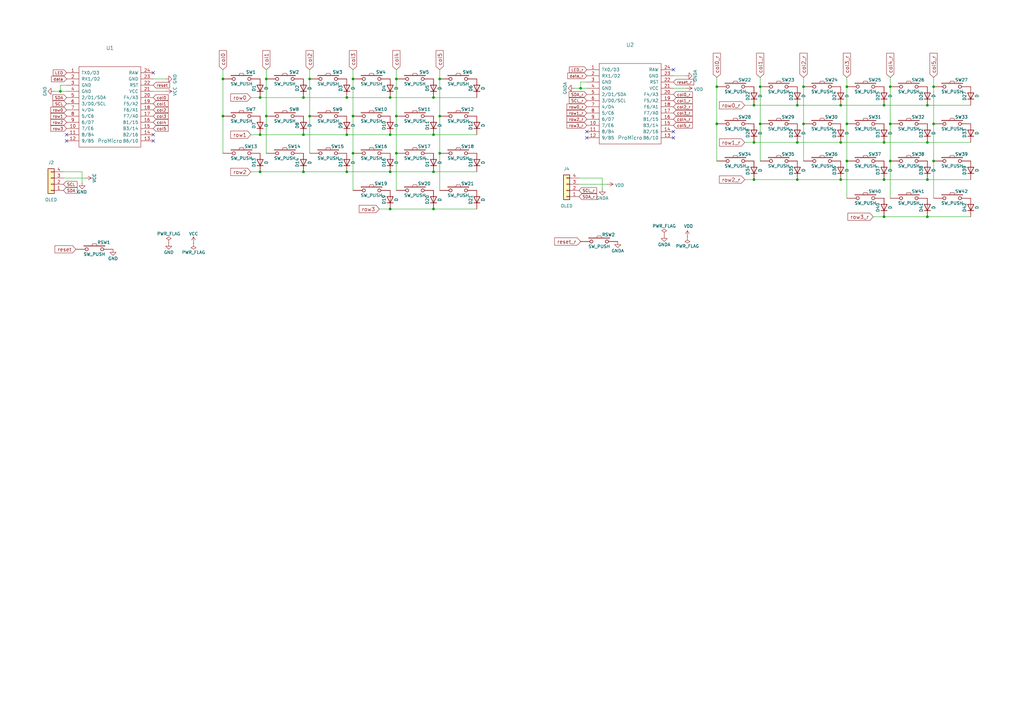
<source format=kicad_sch>
(kicad_sch (version 20211123) (generator eeschema)
  (paper "A3")
  (title_block (title "Corne Cherry") (date "2020-09-28") (rev "3.0.1") (company "foostan"))
  (lib_symbols
    (symbol "Connector_Generic:Conn_01x04" (pin_names (offset 1.016) hide)
      (property "Reference" "J" (at 0 5.08 0))
      (property "Value" "Conn_01x04" (at 0 -7.62 0))
      (symbol "Conn_01x04_1_1"
        (rectangle (start -1.27 -4.953) (end 0 -5.207) (stroke (width 0.1524)))
        (rectangle (start -1.27 -2.413) (end 0 -2.667) (stroke (width 0.1524)))
        (rectangle (start -1.27 0.127) (end 0 -0.127) (stroke (width 0.1524)))
        (rectangle (start -1.27 2.667) (end 0 2.413) (stroke (width 0.1524)))
        (rectangle (start -1.27 3.81) (end 1.27 -6.35) (stroke (width 0.254)) (fill (type background)))
        (pin passive line (at -5.08 2.54 0) (length 3.81) (name "Pin_1") (number "1"))
        (pin passive line (at -5.08 0 0) (length 3.81) (name "Pin_2") (number "2"))
        (pin passive line (at -5.08 -2.54 0) (length 3.81) (name "Pin_3") (number "3"))
        (pin passive line (at -5.08 -5.08 0) (length 3.81) (name "Pin_4") (number "4"))
      )
    )
    (symbol "Device:D" (pin_numbers hide) (pin_names (offset 1.016) hide)
      (property "Reference" "D" (at 0 2.54 0))
      (property "Value" "D" (at 0 -2.54 0))
      (symbol "D_0_1"
        (polyline (pts (xy -1.27 1.27) (xy -1.27 -1.27)) (stroke (width 0.254)))
        (polyline (pts (xy 1.27 0) (xy -1.27 0)))
        (polyline (pts (xy 1.27 1.27) (xy 1.27 -1.27) (xy -1.27 0) (xy 1.27 1.27)) (stroke (width 0.254)))
      )
      (symbol "D_1_1"
        (pin passive line (at -3.81 0 0) (length 2.54) (name "K") (number "1"))
        (pin passive line (at 3.81 0 180) (length 2.54) (name "A") (number "2"))
      )
    )
    (symbol "kbd:ProMicro" (pin_names (offset 1.016))
      (property "Reference" "U" (at 0 19.05 0))
      (property "Value" "ProMicro" (at 0 -19.05 0))
      (symbol "ProMicro_0_1"
        (rectangle (start -12.7 16.51) (end 12.7 -16.51))
      )
      (symbol "ProMicro_1_1"
        (pin bidirectional line (at -17.78 13.97 0) (length 5.08) (name "TX0/D3") (number "1"))
        (pin bidirectional line (at -17.78 -8.89 0) (length 5.08) (name "7/E6") (number "10"))
        (pin bidirectional line (at -17.78 -11.43 0) (length 5.08) (name "8/B4") (number "11"))
        (pin bidirectional line (at -17.78 -13.97 0) (length 5.08) (name "9/B5") (number "12"))
        (pin bidirectional line (at 17.78 -13.97 180) (length 5.08) (name "B6/10") (number "13"))
        (pin bidirectional line (at 17.78 -11.43 180) (length 5.08) (name "B2/16") (number "14"))
        (pin bidirectional line (at 17.78 -8.89 180) (length 5.08) (name "B3/14") (number "15"))
        (pin bidirectional line (at 17.78 -6.35 180) (length 5.08) (name "B1/15") (number "16"))
        (pin bidirectional line (at 17.78 -3.81 180) (length 5.08) (name "F7/A0") (number "17"))
        (pin bidirectional line (at 17.78 -1.27 180) (length 5.08) (name "F6/A1") (number "18"))
        (pin bidirectional line (at 17.78 1.27 180) (length 5.08) (name "F5/A2") (number "19"))
        (pin bidirectional line (at -17.78 11.43 0) (length 5.08) (name "RX1/D2") (number "2"))
        (pin bidirectional line (at 17.78 3.81 180) (length 5.08) (name "F4/A3") (number "20"))
        (pin power_in line (at 17.78 6.35 180) (length 5.08) (name "VCC") (number "21"))
        (pin input line (at 17.78 8.89 180) (length 5.08) (name "RST") (number "22"))
        (pin power_in line (at 17.78 11.43 180) (length 5.08) (name "GND") (number "23"))
        (pin power_out line (at 17.78 13.97 180) (length 5.08) (name "RAW") (number "24"))
        (pin power_in line (at -17.78 8.89 0) (length 5.08) (name "GND") (number "3"))
        (pin power_in line (at -17.78 6.35 0) (length 5.08) (name "GND") (number "4"))
        (pin bidirectional line (at -17.78 3.81 0) (length 5.08) (name "2/D1/SDA") (number "5"))
        (pin bidirectional line (at -17.78 1.27 0) (length 5.08) (name "3/D0/SCL") (number "6"))
        (pin bidirectional line (at -17.78 -1.27 0) (length 5.08) (name "4/D4") (number "7"))
        (pin bidirectional line (at -17.78 -3.81 0) (length 5.08) (name "5/C6") (number "8"))
        (pin bidirectional line (at -17.78 -6.35 0) (length 5.08) (name "6/D7") (number "9"))
      )
    )
    (symbol "kbd:SW_PUSH" (pin_numbers hide) (pin_names (offset 1.016) hide)
      (property "Reference" "SW" (at 3.81 2.794 0))
      (property "Value" "SW_PUSH" (at 0 -2.032 0))
      (symbol "SW_PUSH_0_1"
        (rectangle (start -4.318 1.27) (end 4.318 1.524))
        (polyline (pts (xy -1.016 1.524) (xy -0.762 2.286) (xy 0.762 2.286) (xy 1.016 1.524)))
        (pin passive inverted (at -7.62 0 0) (length 5.08) (name "1") (number "1"))
        (pin passive inverted (at 7.62 0 180) (length 5.08) (name "2") (number "2"))
      )
    )
    (symbol "power:GND" (power) (pin_names (offset 0))
      (property "Value" "GND" (at 0 -3.81 0))
      (symbol "GND_0_1"
        (polyline (pts (xy 0 0) (xy 0 -1.27) (xy 1.27 -1.27) (xy 0 -2.54) (xy -1.27 -1.27) (xy 0 -1.27)))
      )
      (symbol "GND_1_1"
        (pin power_in line (at 0 0 270) (length 0) hide (name "GND") (number "1"))
      )
    )
    (symbol "power:GNDA" (power) (pin_names (offset 0))
      (property "Value" "GNDA" (at 0 -3.81 0))
      (symbol "GNDA_0_1"
        (polyline (pts (xy 0 0) (xy 0 -1.27) (xy 1.27 -1.27) (xy 0 -2.54) (xy -1.27 -1.27) (xy 0 -1.27)))
      )
      (symbol "GNDA_1_1"
        (pin power_in line (at 0 0 270) (length 0) hide (name "GNDA") (number "1"))
      )
    )
    (symbol "power:PWR_FLAG" (power) (pin_numbers hide) (pin_names (offset 0) hide)
      (property "Value" "PWR_FLAG" (at 0 3.81 0))
      (symbol "PWR_FLAG_0_0"
        (pin power_out line (at 0 0 90) (length 0) (name "pwr") (number "1"))
      )
      (symbol "PWR_FLAG_0_1"
        (polyline (pts (xy 0 0) (xy 0 1.27) (xy -1.016 1.905) (xy 0 2.54) (xy 1.016 1.905) (xy 0 1.27)))
      )
    )
    (symbol "power:VCC" (power) (pin_names (offset 0))
      (property "Value" "VCC" (at 0 3.81 0))
      (symbol "VCC_0_1"
        (polyline (pts (xy -0.762 1.27) (xy 0 2.54)))
        (polyline (pts (xy 0 0) (xy 0 2.54)))
        (polyline (pts (xy 0 2.54) (xy 0.762 1.27)))
      )
      (symbol "VCC_1_1"
        (pin power_in line (at 0 0 90) (length 0) hide (name "VCC") (number "1"))
      )
    )
    (symbol "power:VDD" (power) (pin_names (offset 0))
      (property "Value" "VDD" (at 0 3.81 0))
      (symbol "VDD_0_1"
        (polyline (pts (xy -0.762 1.27) (xy 0 2.54)))
        (polyline (pts (xy 0 0) (xy 0 2.54)))
        (polyline (pts (xy 0 2.54) (xy 0.762 1.27)))
      )
      (symbol "VDD_1_1"
        (pin power_in line (at 0 0 90) (length 0) hide (name "VDD") (number "1"))
      )
    )
  )
  (junction (at 365.125 35.56))
  (junction (at 311.785 35.56))
  (junction (at 365.125 50.8))
  (junction (at 160.02 55.245))
  (junction (at 144.78 47.625))
  (junction (at 362.585 88.9))
  (junction (at 380.365 88.9))
  (junction (at 309.245 43.18))
  (junction (at 142.24 40.005))
  (junction (at 106.68 55.245))
  (junction (at 347.345 35.56))
  (junction (at 106.68 40.005))
  (junction (at 344.805 58.42))
  (junction (at 294.005 35.56))
  (junction (at 124.46 40.005))
  (junction (at 24.765 37.465))
  (junction (at 162.56 32.385))
  (junction (at 160.02 70.485))
  (junction (at 311.785 50.8))
  (junction (at 347.345 66.04))
  (junction (at 382.905 50.8))
  (junction (at 160.02 85.725))
  (junction (at 327.025 73.66))
  (junction (at 177.8 40.005))
  (junction (at 124.46 55.245))
  (junction (at 177.8 55.245))
  (junction (at 142.24 55.245))
  (junction (at 180.34 62.865))
  (junction (at 109.22 47.625))
  (junction (at 180.34 47.625))
  (junction (at 380.365 58.42))
  (junction (at 380.365 73.66))
  (junction (at 327.025 58.42))
  (junction (at 180.34 32.385))
  (junction (at 309.245 73.66))
  (junction (at 309.245 58.42))
  (junction (at 329.565 50.8))
  (junction (at 127 47.625))
  (junction (at 177.8 70.485))
  (junction (at 124.46 70.485))
  (junction (at 344.805 73.66))
  (junction (at 91.44 47.625))
  (junction (at 382.905 66.04))
  (junction (at 329.565 35.56))
  (junction (at 160.02 40.005))
  (junction (at 91.44 32.385))
  (junction (at 362.585 58.42))
  (junction (at 106.68 70.485))
  (junction (at 144.78 32.385))
  (junction (at 238.125 36.195))
  (junction (at 142.24 70.485))
  (junction (at 162.56 62.865))
  (junction (at 347.345 50.8))
  (junction (at 382.905 35.56))
  (junction (at 362.585 73.66))
  (junction (at 294.005 50.8))
  (junction (at 362.585 43.18))
  (junction (at 327.025 43.18))
  (junction (at 177.8 85.725))
  (junction (at 162.56 47.625))
  (junction (at 344.805 43.18))
  (junction (at 127 32.385))
  (junction (at 109.22 32.385))
  (junction (at 365.125 66.04))
  (junction (at 380.365 43.18))
  (junction (at 144.78 62.865))
  (no_connect (at 276.225 28.575))
  (no_connect (at 62.865 29.845))
  (no_connect (at 27.305 57.785))
  (no_connect (at 62.865 55.245))
  (no_connect (at 240.665 53.975))
  (no_connect (at 276.225 56.515))
  (no_connect (at 27.305 55.245))
  (no_connect (at 62.865 57.785))
  (no_connect (at 276.225 53.975))
  (no_connect (at 240.665 56.515))
  (wire (pts (xy 124.46 40.005) (xy 142.24 40.005)))
  (wire (pts (xy 276.225 31.115) (xy 281.305 31.115)))
  (wire (pts (xy 162.56 62.865) (xy 162.56 78.105)))
  (wire (pts (xy 365.125 31.75) (xy 365.125 35.56)))
  (wire (pts (xy 177.8 70.485) (xy 195.58 70.485)))
  (wire (pts (xy 142.24 55.245) (xy 160.02 55.245)))
  (wire (pts (xy 62.865 37.465) (xy 67.945 37.465)))
  (wire (pts (xy 106.68 40.005) (xy 124.46 40.005)))
  (wire (pts (xy 329.565 50.8) (xy 329.565 66.04)))
  (wire (pts (xy 142.24 70.485) (xy 160.02 70.485)))
  (wire (pts (xy 344.805 43.18) (xy 362.585 43.18)))
  (wire (pts (xy 382.905 31.75) (xy 382.905 35.56)))
  (wire (pts (xy 160.02 40.005) (xy 177.8 40.005)))
  (wire (pts (xy 106.68 70.485) (xy 124.46 70.485)))
  (wire (pts (xy 109.22 32.385) (xy 109.22 47.625)))
  (wire (pts (xy 344.805 73.66) (xy 362.585 73.66)))
  (wire (pts (xy 305.435 58.42) (xy 309.245 58.42)))
  (wire (pts (xy 144.78 47.625) (xy 144.78 62.865)))
  (wire (pts (xy 127 32.385) (xy 127 47.625)))
  (wire (pts (xy 180.34 32.385) (xy 180.34 47.625)))
  (wire (pts (xy 237.49 73.025) (xy 247.015 73.025)))
  (wire (pts (xy 24.765 34.925) (xy 24.765 37.465)))
  (wire (pts (xy 309.245 73.66) (xy 327.025 73.66)))
  (wire (pts (xy 294.005 35.56) (xy 294.005 50.8)))
  (wire (pts (xy 180.34 28.575) (xy 180.34 32.385)))
  (wire (pts (xy 238.125 33.655) (xy 238.125 36.195)))
  (wire (pts (xy 109.22 28.575) (xy 109.22 32.385)))
  (wire (pts (xy 362.585 88.9) (xy 380.365 88.9)))
  (wire (pts (xy 144.78 28.575) (xy 144.78 32.385)))
  (wire (pts (xy 238.125 36.195) (xy 240.665 36.195)))
  (wire (pts (xy 329.565 35.56) (xy 329.565 50.8)))
  (wire (pts (xy 127 28.575) (xy 127 32.385)))
  (wire (pts (xy 347.345 31.75) (xy 347.345 35.56)))
  (wire (pts (xy 365.125 66.04) (xy 365.125 81.28)))
  (wire (pts (xy 106.68 55.245) (xy 124.46 55.245)))
  (wire (pts (xy 160.02 70.485) (xy 177.8 70.485)))
  (wire (pts (xy 247.015 73.025) (xy 247.015 77.47)))
  (wire (pts (xy 362.585 58.42) (xy 380.365 58.42)))
  (wire (pts (xy 329.565 31.75) (xy 329.565 35.56)))
  (wire (pts (xy 235.585 36.195) (xy 238.125 36.195)))
  (wire (pts (xy 358.14 88.9) (xy 362.585 88.9)))
  (wire (pts (xy 124.46 70.485) (xy 142.24 70.485)))
  (wire (pts (xy 380.365 43.18) (xy 398.145 43.18)))
  (wire (pts (xy 180.34 47.625) (xy 180.34 62.865)))
  (wire (pts (xy 311.785 31.75) (xy 311.785 35.56)))
  (wire (pts (xy 380.365 73.66) (xy 398.145 73.66)))
  (wire (pts (xy 305.435 73.66) (xy 309.245 73.66)))
  (wire (pts (xy 33.655 70.485) (xy 26.035 70.485)))
  (wire (pts (xy 160.02 85.725) (xy 177.8 85.725)))
  (wire (pts (xy 327.025 73.66) (xy 344.805 73.66)))
  (wire (pts (xy 365.125 50.8) (xy 365.125 66.04)))
  (wire (pts (xy 24.765 37.465) (xy 27.305 37.465)))
  (wire (pts (xy 91.44 28.575) (xy 91.44 32.385)))
  (wire (pts (xy 102.87 40.005) (xy 106.68 40.005)))
  (wire (pts (xy 362.585 73.66) (xy 380.365 73.66)))
  (wire (pts (xy 380.365 58.42) (xy 398.145 58.42)))
  (wire (pts (xy 26.035 73.025) (xy 34.925 73.025)))
  (wire (pts (xy 309.245 43.18) (xy 327.025 43.18)))
  (wire (pts (xy 144.78 32.385) (xy 144.78 47.625)))
  (wire (pts (xy 237.49 75.565) (xy 248.92 75.565)))
  (wire (pts (xy 327.025 58.42) (xy 344.805 58.42)))
  (wire (pts (xy 91.44 32.385) (xy 91.44 47.625)))
  (wire (pts (xy 162.56 32.385) (xy 162.56 47.625)))
  (wire (pts (xy 177.8 55.245) (xy 195.58 55.245)))
  (wire (pts (xy 362.585 43.18) (xy 380.365 43.18)))
  (wire (pts (xy 142.24 40.005) (xy 160.02 40.005)))
  (wire (pts (xy 311.785 35.56) (xy 311.785 50.8)))
  (wire (pts (xy 127 47.625) (xy 127 62.865)))
  (wire (pts (xy 102.87 70.485) (xy 106.68 70.485)))
  (wire (pts (xy 347.345 66.04) (xy 347.345 81.28)))
  (wire (pts (xy 294.005 31.75) (xy 294.005 35.56)))
  (wire (pts (xy 91.44 47.625) (xy 91.44 62.865)))
  (wire (pts (xy 344.805 58.42) (xy 362.585 58.42)))
  (wire (pts (xy 155.575 85.725) (xy 160.02 85.725)))
  (wire (pts (xy 177.8 40.005) (xy 195.58 40.005)))
  (wire (pts (xy 305.435 43.18) (xy 309.245 43.18)))
  (wire (pts (xy 62.865 32.385) (xy 67.945 32.385)))
  (wire (pts (xy 180.34 62.865) (xy 180.34 78.105)))
  (wire (pts (xy 311.785 50.8) (xy 311.785 66.04)))
  (wire (pts (xy 124.46 55.245) (xy 142.24 55.245)))
  (wire (pts (xy 22.225 37.465) (xy 24.765 37.465)))
  (wire (pts (xy 162.56 47.625) (xy 162.56 62.865)))
  (wire (pts (xy 109.22 47.625) (xy 109.22 62.865)))
  (wire (pts (xy 327.025 43.18) (xy 344.805 43.18)))
  (wire (pts (xy 309.245 58.42) (xy 327.025 58.42)))
  (wire (pts (xy 347.345 35.56) (xy 347.345 50.8)))
  (wire (pts (xy 347.345 50.8) (xy 347.345 66.04)))
  (wire (pts (xy 382.905 50.8) (xy 382.905 66.04)))
  (wire (pts (xy 382.905 35.56) (xy 382.905 50.8)))
  (wire (pts (xy 102.87 55.245) (xy 106.68 55.245)))
  (wire (pts (xy 294.005 50.8) (xy 294.005 66.04)))
  (wire (pts (xy 160.02 55.245) (xy 177.8 55.245)))
  (wire (pts (xy 380.365 88.9) (xy 398.145 88.9)))
  (wire (pts (xy 276.225 36.195) (xy 281.305 36.195)))
  (wire (pts (xy 177.8 85.725) (xy 195.58 85.725)))
  (wire (pts (xy 33.655 74.93) (xy 33.655 70.485)))
  (wire (pts (xy 365.125 35.56) (xy 365.125 50.8)))
  (wire (pts (xy 27.305 34.925) (xy 24.765 34.925)))
  (wire (pts (xy 240.665 33.655) (xy 238.125 33.655)))
  (wire (pts (xy 162.56 28.575) (xy 162.56 32.385)))
  (wire (pts (xy 382.905 66.04) (xy 382.905 81.28)))
  (wire (pts (xy 144.78 62.865) (xy 144.78 78.105)))
  (global_label "col2" (shape input) (at 62.865 45.085 0) (effects (font (size 1.1938 1.1938))) (property "Intersheet References" "${INTERSHEET_REFS}" (effects hide)))
  (global_label "col4_r" (shape input) (at 276.225 48.895 0) (effects (font (size 1.1938 1.1938))) (property "Intersheet References" "${INTERSHEET_REFS}" (effects hide)))
  (global_label "row1" (shape input) (at 102.87 55.245 180) (effects (font (size 1.524 1.524))) (property "Intersheet References" "${INTERSHEET_REFS}" (effects hide)))
  (global_label "SDA_r" (shape input) (at 237.49 80.645 0) (effects (font (size 1.1938 1.1938))) (property "Intersheet References" "${INTERSHEET_REFS}" (effects hide)))
  (global_label "col2_r" (shape input) (at 329.565 31.75 90) (effects (font (size 1.524 1.524))) (property "Intersheet References" "${INTERSHEET_REFS}" (effects hide)))
  (global_label "row3_r" (shape input) (at 358.14 88.9 180) (effects (font (size 1.524 1.524))) (property "Intersheet References" "${INTERSHEET_REFS}" (effects hide)))
  (global_label "row3" (shape input) (at 27.305 52.705 180) (effects (font (size 1.1938 1.1938))) (property "Intersheet References" "${INTERSHEET_REFS}" (effects hide)))
  (global_label "col5" (shape input) (at 180.34 28.575 90) (effects (font (size 1.524 1.524))) (property "Intersheet References" "${INTERSHEET_REFS}" (effects hide)))
  (global_label "col3_r" (shape input) (at 347.345 31.75 90) (effects (font (size 1.524 1.524))) (property "Intersheet References" "${INTERSHEET_REFS}" (effects hide)))
  (global_label "col2_r" (shape input) (at 276.225 43.815 0) (effects (font (size 1.1938 1.1938))) (property "Intersheet References" "${INTERSHEET_REFS}" (effects hide)))
  (global_label "SDA" (shape input) (at 27.305 40.005 180) (effects (font (size 1.1938 1.1938))) (property "Intersheet References" "${INTERSHEET_REFS}" (effects hide)))
  (global_label "col3" (shape input) (at 144.78 28.575 90) (effects (font (size 1.524 1.524))) (property "Intersheet References" "${INTERSHEET_REFS}" (effects hide)))
  (global_label "reset_r" (shape input) (at 238.125 99.06 180) (effects (font (size 1.524 1.524))) (property "Intersheet References" "${INTERSHEET_REFS}" (effects hide)))
  (global_label "col4" (shape input) (at 162.56 28.575 90) (effects (font (size 1.524 1.524))) (property "Intersheet References" "${INTERSHEET_REFS}" (effects hide)))
  (global_label "row2" (shape input) (at 27.305 50.165 180) (effects (font (size 1.1938 1.1938))) (property "Intersheet References" "${INTERSHEET_REFS}" (effects hide)))
  (global_label "SCL_r" (shape input) (at 237.49 78.105 0) (effects (font (size 1.1938 1.1938))) (property "Intersheet References" "${INTERSHEET_REFS}" (effects hide)))
  (global_label "row0_r" (shape input) (at 240.665 43.815 180) (effects (font (size 1.1938 1.1938))) (property "Intersheet References" "${INTERSHEET_REFS}" (effects hide)))
  (global_label "LED_r" (shape input) (at 240.665 28.575 180) (effects (font (size 1.1938 1.1938))) (property "Intersheet References" "${INTERSHEET_REFS}" (effects hide)))
  (global_label "col1_r" (shape input) (at 276.225 41.275 0) (effects (font (size 1.1938 1.1938))) (property "Intersheet References" "${INTERSHEET_REFS}" (effects hide)))
  (global_label "data_r" (shape input) (at 240.665 31.115 180) (effects (font (size 1.1938 1.1938))) (property "Intersheet References" "${INTERSHEET_REFS}" (effects hide)))
  (global_label "col5_r" (shape input) (at 276.225 51.435 0) (effects (font (size 1.1938 1.1938))) (property "Intersheet References" "${INTERSHEET_REFS}" (effects hide)))
  (global_label "SCL" (shape input) (at 27.305 42.545 180) (effects (font (size 1.1938 1.1938))) (property "Intersheet References" "${INTERSHEET_REFS}" (effects hide)))
  (global_label "col5_r" (shape input) (at 382.905 31.75 90) (effects (font (size 1.524 1.524))) (property "Intersheet References" "${INTERSHEET_REFS}" (effects hide)))
  (global_label "col1" (shape input) (at 109.22 28.575 90) (effects (font (size 1.524 1.524))) (property "Intersheet References" "${INTERSHEET_REFS}" (effects hide)))
  (global_label "row1_r" (shape input) (at 305.435 58.42 180) (effects (font (size 1.524 1.524))) (property "Intersheet References" "${INTERSHEET_REFS}" (effects hide)))
  (global_label "data" (shape input) (at 27.305 32.385 180) (effects (font (size 1.1938 1.1938))) (property "Intersheet References" "${INTERSHEET_REFS}" (effects hide)))
  (global_label "col2" (shape input) (at 127 28.575 90) (effects (font (size 1.524 1.524))) (property "Intersheet References" "${INTERSHEET_REFS}" (effects hide)))
  (global_label "reset_r" (shape input) (at 276.225 33.655 0) (effects (font (size 1.1938 1.1938))) (property "Intersheet References" "${INTERSHEET_REFS}" (effects hide)))
  (global_label "row0" (shape input) (at 27.305 45.085 180) (effects (font (size 1.1938 1.1938))) (property "Intersheet References" "${INTERSHEET_REFS}" (effects hide)))
  (global_label "SCL" (shape input) (at 26.035 75.565 0) (effects (font (size 1.1938 1.1938))) (property "Intersheet References" "${INTERSHEET_REFS}" (effects hide)))
  (global_label "col0_r" (shape input) (at 294.005 31.75 90) (effects (font (size 1.524 1.524))) (property "Intersheet References" "${INTERSHEET_REFS}" (effects hide)))
  (global_label "col1_r" (shape input) (at 311.785 31.75 90) (effects (font (size 1.524 1.524))) (property "Intersheet References" "${INTERSHEET_REFS}" (effects hide)))
  (global_label "row2" (shape input) (at 102.87 70.485 180) (effects (font (size 1.524 1.524))) (property "Intersheet References" "${INTERSHEET_REFS}" (effects hide)))
  (global_label "row2_r" (shape input) (at 240.665 48.895 180) (effects (font (size 1.1938 1.1938))) (property "Intersheet References" "${INTERSHEET_REFS}" (effects hide)))
  (global_label "col0" (shape input) (at 91.44 28.575 90) (effects (font (size 1.524 1.524))) (property "Intersheet References" "${INTERSHEET_REFS}" (effects hide)))
  (global_label "col5" (shape input) (at 62.865 52.705 0) (effects (font (size 1.1938 1.1938))) (property "Intersheet References" "${INTERSHEET_REFS}" (effects hide)))
  (global_label "reset" (shape input) (at 31.115 102.235 180) (effects (font (size 1.524 1.524))) (property "Intersheet References" "${INTERSHEET_REFS}" (effects hide)))
  (global_label "row3" (shape input) (at 155.575 85.725 180) (effects (font (size 1.524 1.524))) (property "Intersheet References" "${INTERSHEET_REFS}" (effects hide)))
  (global_label "row0" (shape input) (at 102.87 40.005 180) (effects (font (size 1.524 1.524))) (property "Intersheet References" "${INTERSHEET_REFS}" (effects hide)))
  (global_label "SDA_r" (shape input) (at 240.665 38.735 180) (effects (font (size 1.1938 1.1938))) (property "Intersheet References" "${INTERSHEET_REFS}" (effects hide)))
  (global_label "col3" (shape input) (at 62.865 47.625 0) (effects (font (size 1.1938 1.1938))) (property "Intersheet References" "${INTERSHEET_REFS}" (effects hide)))
  (global_label "SCL_r" (shape input) (at 240.665 41.275 180) (effects (font (size 1.1938 1.1938))) (property "Intersheet References" "${INTERSHEET_REFS}" (effects hide)))
  (global_label "row0_r" (shape input) (at 305.435 43.18 180) (effects (font (size 1.524 1.524))) (property "Intersheet References" "${INTERSHEET_REFS}" (effects hide)))
  (global_label "col0" (shape input) (at 62.865 40.005 0) (effects (font (size 1.1938 1.1938))) (property "Intersheet References" "${INTERSHEET_REFS}" (effects hide)))
  (global_label "row2_r" (shape input) (at 305.435 73.66 180) (effects (font (size 1.524 1.524))) (property "Intersheet References" "${INTERSHEET_REFS}" (effects hide)))
  (global_label "row3_r" (shape input) (at 240.665 51.435 180) (effects (font (size 1.1938 1.1938))) (property "Intersheet References" "${INTERSHEET_REFS}" (effects hide)))
  (global_label "col0_r" (shape input) (at 276.225 38.735 0) (effects (font (size 1.1938 1.1938))) (property "Intersheet References" "${INTERSHEET_REFS}" (effects hide)))
  (global_label "row1_r" (shape input) (at 240.665 46.355 180) (effects (font (size 1.1938 1.1938))) (property "Intersheet References" "${INTERSHEET_REFS}" (effects hide)))
  (global_label "LED" (shape input) (at 27.305 29.845 180) (effects (font (size 1.1938 1.1938))) (property "Intersheet References" "${INTERSHEET_REFS}" (effects hide)))
  (global_label "col4" (shape input) (at 62.865 50.165 0) (effects (font (size 1.1938 1.1938))) (property "Intersheet References" "${INTERSHEET_REFS}" (effects hide)))
  (global_label "col1" (shape input) (at 62.865 42.545 0) (effects (font (size 1.1938 1.1938))) (property "Intersheet References" "${INTERSHEET_REFS}" (effects hide)))
  (global_label "SDA" (shape input) (at 26.035 78.105 0) (effects (font (size 1.1938 1.1938))) (property "Intersheet References" "${INTERSHEET_REFS}" (effects hide)))
  (global_label "col3_r" (shape input) (at 276.225 46.355 0) (effects (font (size 1.1938 1.1938))) (property "Intersheet References" "${INTERSHEET_REFS}" (effects hide)))
  (global_label "col4_r" (shape input) (at 365.125 31.75 90) (effects (font (size 1.524 1.524))) (property "Intersheet References" "${INTERSHEET_REFS}" (effects hide)))
  (global_label "row1" (shape input) (at 27.305 47.625 180) (effects (font (size 1.1938 1.1938))) (property "Intersheet References" "${INTERSHEET_REFS}" (effects hide)))
  (global_label "reset" (shape input) (at 62.865 34.925 0) (effects (font (size 1.1938 1.1938))) (property "Intersheet References" "${INTERSHEET_REFS}" (effects hide)))
  (symbol (lib_id "kbd:ProMicro") (at 45.085 43.815 0) (unit 1)
    (property "Reference" "U1" (at 45.085 19.685 0) (effects (font (size 1.524 1.524))))
    (property "Value" "ProMicro" (at 45.085 57.785 0) (effects (font (size 1.524 1.524))))
    (property "Footprint" "kbd:ProMicro_v3" (effects hide))
  )
  (symbol (lib_id "kbd:SW_PUSH") (at 116.84 32.385 0) (unit 1)
    (property "Reference" "SW2" (at 120.65 29.591 0))
    (property "Value" "SW_PUSH" (at 116.84 34.417 0))
    (property "Footprint" "kbd:CherryMX_Hotswap" (effects hide))
  )
  (symbol (lib_id "Device:D") (at 124.46 36.195 90) (unit 1)
    (property "Reference" "D2" (at 121.92 36.195 0))
    (property "Value" "D" (at 127 36.195 0))
    (property "Footprint" "kbd:D3_SMD_v2" (effects hide))
  )
  (symbol (lib_id "kbd:SW_PUSH") (at 134.62 32.385 0) (unit 1)
    (property "Reference" "SW3" (at 138.43 29.591 0))
    (property "Value" "SW_PUSH" (at 134.62 34.417 0))
    (property "Footprint" "kbd:CherryMX_Hotswap" (effects hide))
  )
  (symbol (lib_id "Device:D") (at 142.24 36.195 90) (unit 1)
    (property "Reference" "D3" (at 139.7 36.195 0))
    (property "Value" "D" (at 144.78 36.195 0))
    (property "Footprint" "kbd:D3_SMD_v2" (effects hide))
  )
  (symbol (lib_id "kbd:SW_PUSH") (at 152.4 32.385 0) (unit 1)
    (property "Reference" "SW4" (at 156.21 29.591 0))
    (property "Value" "SW_PUSH" (at 152.4 34.417 0))
    (property "Footprint" "kbd:CherryMX_Hotswap" (effects hide))
  )
  (symbol (lib_id "kbd:SW_PUSH") (at 170.18 32.385 0) (unit 1)
    (property "Reference" "SW5" (at 173.99 29.591 0))
    (property "Value" "SW_PUSH" (at 170.18 34.417 0))
    (property "Footprint" "kbd:CherryMX_Hotswap" (effects hide))
  )
  (symbol (lib_id "kbd:SW_PUSH") (at 187.96 32.385 0) (unit 1)
    (property "Reference" "SW6" (at 191.77 29.591 0))
    (property "Value" "SW_PUSH" (at 187.96 34.417 0))
    (property "Footprint" "kbd:CherryMX_Hotswap" (effects hide))
  )
  (symbol (lib_id "Device:D") (at 160.02 36.195 90) (unit 1)
    (property "Reference" "D4" (at 157.48 36.195 0))
    (property "Value" "D" (at 162.56 36.195 0))
    (property "Footprint" "kbd:D3_SMD_v2" (effects hide))
  )
  (symbol (lib_id "Device:D") (at 177.8 36.195 90) (unit 1)
    (property "Reference" "D5" (at 175.26 36.195 0))
    (property "Value" "D" (at 180.34 36.195 0))
    (property "Footprint" "kbd:D3_SMD_v2" (effects hide))
  )
  (symbol (lib_id "Device:D") (at 195.58 36.195 90) (unit 1)
    (property "Reference" "D6" (at 193.04 36.195 0))
    (property "Value" "D" (at 198.12 36.195 0))
    (property "Footprint" "kbd:D3_SMD_v2" (effects hide))
  )
  (symbol (lib_id "kbd:SW_PUSH") (at 99.06 32.385 0) (unit 1)
    (property "Reference" "SW1" (at 102.87 29.591 0))
    (property "Value" "SW_PUSH" (at 99.06 34.417 0))
    (property "Footprint" "kbd:CherryMX_Hotswap" (effects hide))
  )
  (symbol (lib_id "Device:D") (at 106.68 36.195 90) (unit 1)
    (property "Reference" "D1" (at 104.14 36.195 0))
    (property "Value" "D" (at 109.22 36.195 0))
    (property "Footprint" "kbd:D3_SMD_v2" (effects hide))
  )
  (symbol (lib_id "kbd:SW_PUSH") (at 116.84 47.625 0) (unit 1)
    (property "Reference" "SW8" (at 120.65 44.831 0))
    (property "Value" "SW_PUSH" (at 116.84 49.657 0))
    (property "Footprint" "kbd:CherryMX_Hotswap" (effects hide))
  )
  (symbol (lib_id "Device:D") (at 124.46 51.435 90) (unit 1)
    (property "Reference" "D8" (at 121.92 51.435 0))
    (property "Value" "D" (at 127 51.435 0))
    (property "Footprint" "kbd:D3_SMD_v2" (effects hide))
  )
  (symbol (lib_id "kbd:SW_PUSH") (at 134.62 47.625 0) (unit 1)
    (property "Reference" "SW9" (at 138.43 44.831 0))
    (property "Value" "SW_PUSH" (at 134.62 49.657 0))
    (property "Footprint" "kbd:CherryMX_Hotswap" (effects hide))
  )
  (symbol (lib_id "Device:D") (at 142.24 51.435 90) (unit 1)
    (property "Reference" "D9" (at 139.7 51.435 0))
    (property "Value" "D" (at 144.78 51.435 0))
    (property "Footprint" "kbd:D3_SMD_v2" (effects hide))
  )
  (symbol (lib_id "kbd:SW_PUSH") (at 152.4 47.625 0) (unit 1)
    (property "Reference" "SW10" (at 156.21 44.831 0))
    (property "Value" "SW_PUSH" (at 152.4 49.657 0))
    (property "Footprint" "kbd:CherryMX_Hotswap" (effects hide))
  )
  (symbol (lib_id "kbd:SW_PUSH") (at 170.18 47.625 0) (unit 1)
    (property "Reference" "SW11" (at 173.99 44.831 0))
    (property "Value" "SW_PUSH" (at 170.18 49.657 0))
    (property "Footprint" "kbd:CherryMX_Hotswap" (effects hide))
  )
  (symbol (lib_id "kbd:SW_PUSH") (at 187.96 47.625 0) (unit 1)
    (property "Reference" "SW12" (at 191.77 44.831 0))
    (property "Value" "SW_PUSH" (at 187.96 49.657 0))
    (property "Footprint" "kbd:CherryMX_Hotswap" (effects hide))
  )
  (symbol (lib_id "Device:D") (at 160.02 51.435 90) (unit 1)
    (property "Reference" "D10" (at 157.48 51.435 0))
    (property "Value" "D" (at 162.56 51.435 0))
    (property "Footprint" "kbd:D3_SMD_v2" (effects hide))
  )
  (symbol (lib_id "Device:D") (at 177.8 51.435 90) (unit 1)
    (property "Reference" "D11" (at 175.26 51.435 0))
    (property "Value" "D" (at 180.34 51.435 0))
    (property "Footprint" "kbd:D3_SMD_v2" (effects hide))
  )
  (symbol (lib_id "Device:D") (at 195.58 51.435 90) (unit 1)
    (property "Reference" "D12" (at 193.04 51.435 0))
    (property "Value" "D" (at 198.12 51.435 0))
    (property "Footprint" "kbd:D3_SMD_v2" (effects hide))
  )
  (symbol (lib_id "kbd:SW_PUSH") (at 99.06 47.625 0) (unit 1)
    (property "Reference" "SW7" (at 102.87 44.831 0))
    (property "Value" "SW_PUSH" (at 99.06 49.657 0))
    (property "Footprint" "kbd:CherryMX_Hotswap" (effects hide))
  )
  (symbol (lib_id "Device:D") (at 106.68 51.435 90) (unit 1)
    (property "Reference" "D7" (at 104.14 51.435 0))
    (property "Value" "D" (at 109.22 51.435 0))
    (property "Footprint" "kbd:D3_SMD_v2" (effects hide))
  )
  (symbol (lib_id "kbd:SW_PUSH") (at 116.84 62.865 0) (unit 1)
    (property "Reference" "SW14" (at 120.65 60.071 0))
    (property "Value" "SW_PUSH" (at 116.84 64.897 0))
    (property "Footprint" "kbd:CherryMX_Hotswap" (effects hide))
  )
  (symbol (lib_id "Device:D") (at 124.46 66.675 90) (unit 1)
    (property "Reference" "D14" (at 121.92 66.675 0))
    (property "Value" "D" (at 127 66.675 0))
    (property "Footprint" "kbd:D3_SMD_v2" (effects hide))
  )
  (symbol (lib_id "kbd:SW_PUSH") (at 134.62 62.865 0) (unit 1)
    (property "Reference" "SW15" (at 138.43 60.071 0))
    (property "Value" "SW_PUSH" (at 134.62 64.897 0))
    (property "Footprint" "kbd:CherryMX_Hotswap" (effects hide))
  )
  (symbol (lib_id "Device:D") (at 142.24 66.675 90) (unit 1)
    (property "Reference" "D15" (at 139.7 66.675 0))
    (property "Value" "D" (at 144.78 66.675 0))
    (property "Footprint" "kbd:D3_SMD_v2" (effects hide))
  )
  (symbol (lib_id "kbd:SW_PUSH") (at 152.4 62.865 0) (unit 1)
    (property "Reference" "SW16" (at 156.21 60.071 0))
    (property "Value" "SW_PUSH" (at 152.4 64.897 0))
    (property "Footprint" "kbd:CherryMX_Hotswap" (effects hide))
  )
  (symbol (lib_id "kbd:SW_PUSH") (at 170.18 62.865 0) (unit 1)
    (property "Reference" "SW17" (at 173.99 60.071 0))
    (property "Value" "SW_PUSH" (at 170.18 64.897 0))
    (property "Footprint" "kbd:CherryMX_Hotswap" (effects hide))
  )
  (symbol (lib_id "kbd:SW_PUSH") (at 187.96 62.865 0) (unit 1)
    (property "Reference" "SW18" (at 191.77 60.071 0))
    (property "Value" "SW_PUSH" (at 187.96 64.897 0))
    (property "Footprint" "kbd:CherryMX_Hotswap" (effects hide))
  )
  (symbol (lib_id "Device:D") (at 160.02 66.675 90) (unit 1)
    (property "Reference" "D16" (at 157.48 66.675 0))
    (property "Value" "D" (at 162.56 66.675 0))
    (property "Footprint" "kbd:D3_SMD_v2" (effects hide))
  )
  (symbol (lib_id "Device:D") (at 177.8 66.675 90) (unit 1)
    (property "Reference" "D17" (at 175.26 66.675 0))
    (property "Value" "D" (at 180.34 66.675 0))
    (property "Footprint" "kbd:D3_SMD_v2" (effects hide))
  )
  (symbol (lib_id "Device:D") (at 195.58 66.675 90) (unit 1)
    (property "Reference" "D18" (at 193.04 66.675 0))
    (property "Value" "D" (at 198.12 66.675 0))
    (property "Footprint" "kbd:D3_SMD_v2" (effects hide))
  )
  (symbol (lib_id "kbd:SW_PUSH") (at 99.06 62.865 0) (unit 1)
    (property "Reference" "SW13" (at 102.87 60.071 0))
    (property "Value" "SW_PUSH" (at 99.06 64.897 0))
    (property "Footprint" "kbd:CherryMX_Hotswap" (effects hide))
  )
  (symbol (lib_id "Device:D") (at 106.68 66.675 90) (unit 1)
    (property "Reference" "D13" (at 104.14 66.675 0))
    (property "Value" "D" (at 109.22 66.675 0))
    (property "Footprint" "kbd:D3_SMD_v2" (effects hide))
  )
  (symbol (lib_id "kbd:SW_PUSH") (at 170.18 78.105 0) (unit 1)
    (property "Reference" "SW20" (at 173.99 75.311 0))
    (property "Value" "SW_PUSH" (at 170.18 80.137 0))
    (property "Footprint" "kbd:CherryMX_Hotswap" (effects hide))
  )
  (symbol (lib_id "Device:D") (at 177.8 81.915 90) (unit 1)
    (property "Reference" "D20" (at 175.26 81.915 0))
    (property "Value" "D" (at 180.34 81.915 0))
    (property "Footprint" "kbd:D3_SMD_v2" (effects hide))
  )
  (symbol (lib_id "kbd:SW_PUSH") (at 187.96 78.105 0) (unit 1)
    (property "Reference" "SW21" (at 191.77 75.311 0))
    (property "Value" "SW_PUSH" (at 187.96 80.137 0))
    (property "Footprint" "kbd:CherryMX_Hotswap_1.5u" (effects hide))
  )
  (symbol (lib_id "Device:D") (at 195.58 81.915 90) (unit 1)
    (property "Reference" "D21" (at 193.04 81.915 0))
    (property "Value" "D" (at 198.12 81.915 0))
    (property "Footprint" "kbd:D3_SMD_v2" (effects hide))
  )
  (symbol (lib_id "kbd:SW_PUSH") (at 152.4 78.105 0) (unit 1)
    (property "Reference" "SW19" (at 156.21 75.311 0))
    (property "Value" "SW_PUSH" (at 152.4 80.137 0))
    (property "Footprint" "kbd:CherryMX_Hotswap" (effects hide))
  )
  (symbol (lib_id "Device:D") (at 160.02 81.915 90) (unit 1)
    (property "Reference" "D19" (at 157.48 81.915 0))
    (property "Value" "D" (at 162.56 81.915 0))
    (property "Footprint" "kbd:D3_SMD_v2" (effects hide))
  )
  (symbol (lib_id "power:GND") (at 67.945 32.385 90) (unit 1)
    (property "Reference" "#PWR07" (effects hide))
    (property "Value" "GND" (at 71.755 32.385 0))
  )
  (symbol (lib_id "power:VCC") (at 67.945 37.465 270) (unit 1)
    (property "Reference" "#PWR09" (effects hide))
    (property "Value" "VCC" (at 71.755 37.465 0))
  )
  (symbol (lib_id "power:GND") (at 22.225 37.465 270) (unit 1)
    (property "Reference" "#PWR08" (effects hide))
    (property "Value" "GND" (at 18.415 37.465 0))
  )
  (symbol (lib_id "power:GND") (at 69.215 99.695 0) (unit 1)
    (property "Reference" "#PWR04" (effects hide))
    (property "Value" "GND" (at 69.215 103.505 0))
  )
  (symbol (lib_id "power:VCC") (at 79.375 99.695 0) (unit 1)
    (property "Reference" "#PWR05" (effects hide))
    (property "Value" "VCC" (at 79.375 95.885 0))
  )
  (symbol (lib_id "power:PWR_FLAG") (at 79.375 99.695 180) (unit 1)
    (property "Reference" "#FLG02" (effects hide))
    (property "Value" "PWR_FLAG" (at 79.375 103.505 0))
  )
  (symbol (lib_id "power:PWR_FLAG") (at 69.215 99.695 0) (unit 1)
    (property "Reference" "#FLG01" (effects hide))
    (property "Value" "PWR_FLAG" (at 69.215 95.885 0))
  )
  (symbol (lib_id "kbd:SW_PUSH") (at 38.735 102.235 0) (unit 1)
    (property "Reference" "RSW1" (at 42.545 99.441 0))
    (property "Value" "SW_PUSH" (at 38.735 104.267 0))
    (property "Footprint" "kbd:ResetSW_1side" (effects hide))
  )
  (symbol (lib_id "power:GND") (at 46.355 102.235 0) (unit 1)
    (property "Reference" "#PWR06" (effects hide))
    (property "Value" "GND" (at 46.355 106.045 0))
  )
  (symbol (lib_id "Connector_Generic:Conn_01x04") (at 20.955 75.565 180) (unit 1)
    (property "Reference" "J2" (at 20.955 66.675 0))
    (property "Value" "OLED" (at 20.955 81.915 0))
    (property "Footprint" "kbd:OLED_1side" (effects hide))
  )
  (symbol (lib_id "power:GND") (at 33.655 74.93 0) (unit 1)
    (property "Reference" "#PWR013" (effects hide))
    (property "Value" "GND" (at 33.655 78.74 0))
  )
  (symbol (lib_id "power:VCC") (at 34.925 73.025 270) (unit 1)
    (property "Reference" "#PWR012" (effects hide))
    (property "Value" "VCC" (at 38.735 73.025 0))
  )
  (symbol (lib_id "kbd:ProMicro") (at 258.445 42.545 0) (unit 1)
    (property "Reference" "U2" (at 258.445 18.415 0) (effects (font (size 1.524 1.524))))
    (property "Value" "ProMicro" (at 258.445 56.515 0) (effects (font (size 1.524 1.524))))
    (property "Footprint" "kbd:ProMicro_v3" (effects hide))
  )
  (symbol (lib_id "kbd:SW_PUSH") (at 319.405 35.56 0) (unit 1)
    (property "Reference" "SW23" (at 323.215 32.766 0))
    (property "Value" "SW_PUSH" (at 319.405 37.592 0))
    (property "Footprint" "kbd:CherryMX_Hotswap" (effects hide))
  )
  (symbol (lib_id "Device:D") (at 327.025 39.37 90) (unit 1)
    (property "Reference" "D23" (at 324.485 39.37 0))
    (property "Value" "D" (at 329.565 39.37 0))
    (property "Footprint" "kbd:D3_SMD_v2" (effects hide))
  )
  (symbol (lib_id "kbd:SW_PUSH") (at 337.185 35.56 0) (unit 1)
    (property "Reference" "SW24" (at 340.995 32.766 0))
    (property "Value" "SW_PUSH" (at 337.185 37.592 0))
    (property "Footprint" "kbd:CherryMX_Hotswap" (effects hide))
  )
  (symbol (lib_id "Device:D") (at 344.805 39.37 90) (unit 1)
    (property "Reference" "D24" (at 342.265 39.37 0))
    (property "Value" "D" (at 347.345 39.37 0))
    (property "Footprint" "kbd:D3_SMD_v2" (effects hide))
  )
  (symbol (lib_id "kbd:SW_PUSH") (at 354.965 35.56 0) (unit 1)
    (property "Reference" "SW25" (at 358.775 32.766 0))
    (property "Value" "SW_PUSH" (at 354.965 37.592 0))
    (property "Footprint" "kbd:CherryMX_Hotswap" (effects hide))
  )
  (symbol (lib_id "kbd:SW_PUSH") (at 372.745 35.56 0) (unit 1)
    (property "Reference" "SW26" (at 376.555 32.766 0))
    (property "Value" "SW_PUSH" (at 372.745 37.592 0))
    (property "Footprint" "kbd:CherryMX_Hotswap" (effects hide))
  )
  (symbol (lib_id "kbd:SW_PUSH") (at 390.525 35.56 0) (unit 1)
    (property "Reference" "SW27" (at 394.335 32.766 0))
    (property "Value" "SW_PUSH" (at 390.525 37.592 0))
    (property "Footprint" "kbd:CherryMX_Hotswap" (effects hide))
  )
  (symbol (lib_id "Device:D") (at 362.585 39.37 90) (unit 1)
    (property "Reference" "D25" (at 360.045 39.37 0))
    (property "Value" "D" (at 365.125 39.37 0))
    (property "Footprint" "kbd:D3_SMD_v2" (effects hide))
  )
  (symbol (lib_id "Device:D") (at 380.365 39.37 90) (unit 1)
    (property "Reference" "D26" (at 377.825 39.37 0))
    (property "Value" "D" (at 382.905 39.37 0))
    (property "Footprint" "kbd:D3_SMD_v2" (effects hide))
  )
  (symbol (lib_id "Device:D") (at 398.145 39.37 90) (unit 1)
    (property "Reference" "D27" (at 395.605 39.37 0))
    (property "Value" "D" (at 400.685 39.37 0))
    (property "Footprint" "kbd:D3_SMD_v2" (effects hide))
  )
  (symbol (lib_id "kbd:SW_PUSH") (at 301.625 35.56 0) (unit 1)
    (property "Reference" "SW22" (at 305.435 32.766 0))
    (property "Value" "SW_PUSH" (at 301.625 37.592 0))
    (property "Footprint" "kbd:CherryMX_Hotswap" (effects hide))
  )
  (symbol (lib_id "Device:D") (at 309.245 39.37 90) (unit 1)
    (property "Reference" "D22" (at 306.705 39.37 0))
    (property "Value" "D" (at 311.785 39.37 0))
    (property "Footprint" "kbd:D3_SMD_v2" (effects hide))
  )
  (symbol (lib_id "kbd:SW_PUSH") (at 319.405 50.8 0) (unit 1)
    (property "Reference" "SW29" (at 323.215 48.006 0))
    (property "Value" "SW_PUSH" (at 319.405 52.832 0))
    (property "Footprint" "kbd:CherryMX_Hotswap" (effects hide))
  )
  (symbol (lib_id "Device:D") (at 327.025 54.61 90) (unit 1)
    (property "Reference" "D29" (at 324.485 54.61 0))
    (property "Value" "D" (at 329.565 54.61 0))
    (property "Footprint" "kbd:D3_SMD_v2" (effects hide))
  )
  (symbol (lib_id "kbd:SW_PUSH") (at 337.185 50.8 0) (unit 1)
    (property "Reference" "SW30" (at 340.995 48.006 0))
    (property "Value" "SW_PUSH" (at 337.185 52.832 0))
    (property "Footprint" "kbd:CherryMX_Hotswap" (effects hide))
  )
  (symbol (lib_id "Device:D") (at 344.805 54.61 90) (unit 1)
    (property "Reference" "D30" (at 342.265 54.61 0))
    (property "Value" "D" (at 347.345 54.61 0))
    (property "Footprint" "kbd:D3_SMD_v2" (effects hide))
  )
  (symbol (lib_id "kbd:SW_PUSH") (at 354.965 50.8 0) (unit 1)
    (property "Reference" "SW31" (at 358.775 48.006 0))
    (property "Value" "SW_PUSH" (at 354.965 52.832 0))
    (property "Footprint" "kbd:CherryMX_Hotswap" (effects hide))
  )
  (symbol (lib_id "kbd:SW_PUSH") (at 372.745 50.8 0) (unit 1)
    (property "Reference" "SW32" (at 376.555 48.006 0))
    (property "Value" "SW_PUSH" (at 372.745 52.832 0))
    (property "Footprint" "kbd:CherryMX_Hotswap" (effects hide))
  )
  (symbol (lib_id "kbd:SW_PUSH") (at 390.525 50.8 0) (unit 1)
    (property "Reference" "SW33" (at 394.335 48.006 0))
    (property "Value" "SW_PUSH" (at 390.525 52.832 0))
    (property "Footprint" "kbd:CherryMX_Hotswap" (effects hide))
  )
  (symbol (lib_id "Device:D") (at 362.585 54.61 90) (unit 1)
    (property "Reference" "D31" (at 360.045 54.61 0))
    (property "Value" "D" (at 365.125 54.61 0))
    (property "Footprint" "kbd:D3_SMD_v2" (effects hide))
  )
  (symbol (lib_id "Device:D") (at 380.365 54.61 90) (unit 1)
    (property "Reference" "D32" (at 377.825 54.61 0))
    (property "Value" "D" (at 382.905 54.61 0))
    (property "Footprint" "kbd:D3_SMD_v2" (effects hide))
  )
  (symbol (lib_id "Device:D") (at 398.145 54.61 90) (unit 1)
    (property "Reference" "D33" (at 395.605 54.61 0))
    (property "Value" "D" (at 400.685 54.61 0))
    (property "Footprint" "kbd:D3_SMD_v2" (effects hide))
  )
  (symbol (lib_id "kbd:SW_PUSH") (at 301.625 50.8 0) (unit 1)
    (property "Reference" "SW28" (at 305.435 48.006 0))
    (property "Value" "SW_PUSH" (at 301.625 52.832 0))
    (property "Footprint" "kbd:CherryMX_Hotswap" (effects hide))
  )
  (symbol (lib_id "Device:D") (at 309.245 54.61 90) (unit 1)
    (property "Reference" "D28" (at 306.705 54.61 0))
    (property "Value" "D" (at 311.785 54.61 0))
    (property "Footprint" "kbd:D3_SMD_v2" (effects hide))
  )
  (symbol (lib_id "kbd:SW_PUSH") (at 319.405 66.04 0) (unit 1)
    (property "Reference" "SW35" (at 323.215 63.246 0))
    (property "Value" "SW_PUSH" (at 319.405 68.072 0))
    (property "Footprint" "kbd:CherryMX_Hotswap" (effects hide))
  )
  (symbol (lib_id "Device:D") (at 327.025 69.85 90) (unit 1)
    (property "Reference" "D35" (at 324.485 69.85 0))
    (property "Value" "D" (at 329.565 69.85 0))
    (property "Footprint" "kbd:D3_SMD_v2" (effects hide))
  )
  (symbol (lib_id "kbd:SW_PUSH") (at 337.185 66.04 0) (unit 1)
    (property "Reference" "SW36" (at 340.995 63.246 0))
    (property "Value" "SW_PUSH" (at 337.185 68.072 0))
    (property "Footprint" "kbd:CherryMX_Hotswap" (effects hide))
  )
  (symbol (lib_id "Device:D") (at 344.805 69.85 90) (unit 1)
    (property "Reference" "D36" (at 342.265 69.85 0))
    (property "Value" "D" (at 347.345 69.85 0))
    (property "Footprint" "kbd:D3_SMD_v2" (effects hide))
  )
  (symbol (lib_id "kbd:SW_PUSH") (at 354.965 66.04 0) (unit 1)
    (property "Reference" "SW37" (at 358.775 63.246 0))
    (property "Value" "SW_PUSH" (at 354.965 68.072 0))
    (property "Footprint" "kbd:CherryMX_Hotswap" (effects hide))
  )
  (symbol (lib_id "kbd:SW_PUSH") (at 372.745 66.04 0) (unit 1)
    (property "Reference" "SW38" (at 376.555 63.246 0))
    (property "Value" "SW_PUSH" (at 372.745 68.072 0))
    (property "Footprint" "kbd:CherryMX_Hotswap" (effects hide))
  )
  (symbol (lib_id "kbd:SW_PUSH") (at 390.525 66.04 0) (unit 1)
    (property "Reference" "SW39" (at 394.335 63.246 0))
    (property "Value" "SW_PUSH" (at 390.525 68.072 0))
    (property "Footprint" "kbd:CherryMX_Hotswap" (effects hide))
  )
  (symbol (lib_id "Device:D") (at 362.585 69.85 90) (unit 1)
    (property "Reference" "D37" (at 360.045 69.85 0))
    (property "Value" "D" (at 365.125 69.85 0))
    (property "Footprint" "kbd:D3_SMD_v2" (effects hide))
  )
  (symbol (lib_id "Device:D") (at 380.365 69.85 90) (unit 1)
    (property "Reference" "D38" (at 377.825 69.85 0))
    (property "Value" "D" (at 382.905 69.85 0))
    (property "Footprint" "kbd:D3_SMD_v2" (effects hide))
  )
  (symbol (lib_id "Device:D") (at 398.145 69.85 90) (unit 1)
    (property "Reference" "D39" (at 395.605 69.85 0))
    (property "Value" "D" (at 400.685 69.85 0))
    (property "Footprint" "kbd:D3_SMD_v2" (effects hide))
  )
  (symbol (lib_id "kbd:SW_PUSH") (at 301.625 66.04 0) (unit 1)
    (property "Reference" "SW34" (at 305.435 63.246 0))
    (property "Value" "SW_PUSH" (at 301.625 68.072 0))
    (property "Footprint" "kbd:CherryMX_Hotswap" (effects hide))
  )
  (symbol (lib_id "Device:D") (at 309.245 69.85 90) (unit 1)
    (property "Reference" "D34" (at 306.705 69.85 0))
    (property "Value" "D" (at 311.785 69.85 0))
    (property "Footprint" "kbd:D3_SMD_v2" (effects hide))
  )
  (symbol (lib_id "kbd:SW_PUSH") (at 372.745 81.28 0) (unit 1)
    (property "Reference" "SW41" (at 376.555 78.486 0))
    (property "Value" "SW_PUSH" (at 372.745 83.312 0))
    (property "Footprint" "kbd:CherryMX_Hotswap" (effects hide))
  )
  (symbol (lib_id "Device:D") (at 380.365 85.09 90) (unit 1)
    (property "Reference" "D41" (at 377.825 85.09 0))
    (property "Value" "D" (at 382.905 85.09 0))
    (property "Footprint" "kbd:D3_SMD_v2" (effects hide))
  )
  (symbol (lib_id "kbd:SW_PUSH") (at 390.525 81.28 0) (unit 1)
    (property "Reference" "SW42" (at 394.335 78.486 0))
    (property "Value" "SW_PUSH" (at 390.525 83.312 0))
    (property "Footprint" "kbd:CherryMX_Hotswap_1.5u" (effects hide))
  )
  (symbol (lib_id "Device:D") (at 398.145 85.09 90) (unit 1)
    (property "Reference" "D42" (at 395.605 85.09 0))
    (property "Value" "D" (at 400.685 85.09 0))
    (property "Footprint" "kbd:D3_SMD_v2" (effects hide))
  )
  (symbol (lib_id "kbd:SW_PUSH") (at 354.965 81.28 0) (unit 1)
    (property "Reference" "SW40" (at 358.775 78.486 0))
    (property "Value" "SW_PUSH" (at 354.965 83.312 0))
    (property "Footprint" "kbd:CherryMX_Hotswap" (effects hide))
  )
  (symbol (lib_id "Device:D") (at 362.585 85.09 90) (unit 1)
    (property "Reference" "D40" (at 360.045 85.09 0))
    (property "Value" "D" (at 365.125 85.09 0))
    (property "Footprint" "kbd:D3_SMD_v2" (effects hide))
  )
  (symbol (lib_id "power:GNDA") (at 281.305 31.115 90) (unit 1)
    (property "Reference" "#PWR017" (effects hide))
    (property "Value" "GNDA" (at 285.115 31.115 0))
  )
  (symbol (lib_id "power:GNDA") (at 235.585 36.195 270) (unit 1)
    (property "Reference" "#PWR018" (effects hide))
    (property "Value" "GNDA" (at 231.775 36.195 0))
  )
  (symbol (lib_id "kbd:SW_PUSH") (at 245.745 99.06 0) (unit 1)
    (property "Reference" "RSW2" (at 249.555 96.266 0))
    (property "Value" "SW_PUSH" (at 245.745 101.092 0))
    (property "Footprint" "kbd:ResetSW_1side" (effects hide))
  )
  (symbol (lib_id "power:GNDA") (at 253.365 99.06 0) (unit 1)
    (property "Reference" "#PWR020" (effects hide))
    (property "Value" "GNDA" (at 253.365 102.87 0))
  )
  (symbol (lib_id "Connector_Generic:Conn_01x04") (at 232.41 78.105 180) (unit 1)
    (property "Reference" "J4" (at 232.41 69.215 0))
    (property "Value" "OLED" (at 232.41 84.455 0))
    (property "Footprint" "kbd:OLED_1side" (effects hide))
  )
  (symbol (lib_id "power:GNDA") (at 247.015 77.47 0) (unit 1)
    (property "Reference" "#PWR024" (effects hide))
    (property "Value" "GNDA" (at 247.015 81.28 0))
  )
  (symbol (lib_id "power:VDD") (at 281.305 36.195 270) (unit 1)
    (property "Reference" "#PWR019" (effects hide))
    (property "Value" "VDD" (at 284.5562 36.6268 90) (effects (justify left)))
  )
  (symbol (lib_id "power:VDD") (at 248.92 75.565 270) (unit 1)
    (property "Reference" "#PWR023" (effects hide))
    (property "Value" "VDD" (at 252.1712 75.9968 90) (effects (justify left)))
  )
  (symbol (lib_id "power:PWR_FLAG") (at 281.94 97.155 180) (unit 1)
    (property "Reference" "#FLG04" (effects hide))
    (property "Value" "PWR_FLAG" (at 281.94 100.965 0))
  )
  (symbol (lib_id "power:VDD") (at 281.94 97.155 0) (unit 1)
    (property "Reference" "#PWR016" (effects hide))
    (property "Value" "VDD" (at 282.3718 92.7608 0))
  )
  (symbol (lib_id "power:GNDA") (at 272.415 96.52 0) (unit 1)
    (property "Reference" "#PWR015" (effects hide))
    (property "Value" "GNDA" (at 272.415 100.33 0))
  )
  (symbol (lib_id "power:PWR_FLAG") (at 272.415 96.52 0) (unit 1)
    (property "Reference" "#FLG03" (effects hide))
    (property "Value" "PWR_FLAG" (at 272.415 92.71 0))
  )
)
</source>
